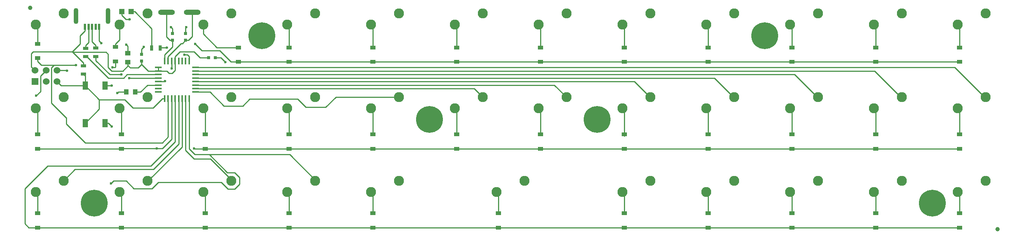
<source format=gbl>
G04 #@! TF.FileFunction,Copper,L2,Bot,Signal*
%FSLAX46Y46*%
G04 Gerber Fmt 4.6, Leading zero omitted, Abs format (unit mm)*
G04 Created by KiCad (PCBNEW 4.0.4-stable) date 11/06/16 20:17:08*
%MOMM*%
%LPD*%
G01*
G04 APERTURE LIST*
%ADD10C,0.100000*%
%ADD11C,6.100000*%
%ADD12C,2.286000*%
%ADD13C,1.000000*%
%ADD14R,1.200000X1.900000*%
%ADD15O,3.800000X1.200000*%
%ADD16C,1.524000*%
%ADD17R,1.524000X1.524000*%
%ADD18R,1.220000X0.910000*%
%ADD19R,0.450000X1.500000*%
%ADD20R,1.500000X0.450000*%
%ADD21R,1.250000X1.000000*%
%ADD22R,0.750000X0.800000*%
%ADD23R,0.800000X0.750000*%
%ADD24R,1.000000X1.250000*%
%ADD25R,1.300000X0.700000*%
%ADD26O,1.100000X3.600000*%
%ADD27R,0.500000X1.400000*%
%ADD28R,0.700000X1.300000*%
%ADD29R,1.198880X1.198880*%
%ADD30C,0.600000*%
%ADD31C,0.250000*%
G04 APERTURE END LIST*
D10*
D11*
X19050000Y0D03*
X-19050000Y0D03*
X95250000Y-19050000D03*
X-95250000Y-19050000D03*
X57150000Y19050000D03*
D12*
X-6985000Y5080000D03*
X-13335000Y2540000D03*
D13*
X110000000Y-25000000D03*
X-109850000Y25400000D03*
D14*
X-97310000Y-860000D03*
X-97310000Y7640000D03*
X-92810000Y-860000D03*
X-92810000Y7640000D03*
D12*
X31115000Y24130000D03*
X24765000Y21590000D03*
X2540000Y-13970000D03*
X-3810000Y-16510000D03*
X-83185000Y24130000D03*
X-89535000Y21590000D03*
D15*
X-78850000Y24350000D03*
X-73050000Y24350000D03*
D16*
X-103750000Y11120000D03*
X-106200000Y8580000D03*
X-106200000Y11120000D03*
D17*
X-108740000Y8580000D03*
D16*
X-108740000Y11120000D03*
X-103750000Y8580000D03*
D18*
X-108125000Y13905000D03*
X-108125000Y17175000D03*
X-90480000Y13205000D03*
X-90480000Y16475000D03*
X-62500000Y13065000D03*
X-62500000Y16335000D03*
X-51010000Y13065000D03*
X-51010000Y16335000D03*
X-31960000Y13065000D03*
X-31960000Y16335000D03*
X-12910000Y13065000D03*
X-12910000Y16335000D03*
X6140000Y13065000D03*
X6140000Y16335000D03*
X25190000Y13065000D03*
X25190000Y16335000D03*
X44240000Y13065000D03*
X44240000Y16335000D03*
X63290000Y13065000D03*
X63290000Y16335000D03*
X82340000Y13065000D03*
X82340000Y16335000D03*
X101390000Y13065000D03*
X101390000Y16335000D03*
X-108160000Y-6705000D03*
X-108160000Y-3435000D03*
X-89110000Y-6705000D03*
X-89110000Y-3435000D03*
X-70060000Y-6705000D03*
X-70060000Y-3435000D03*
X-51010000Y-6705000D03*
X-51010000Y-3435000D03*
X-31960000Y-6705000D03*
X-31960000Y-3435000D03*
X-12910000Y-6705000D03*
X-12910000Y-3435000D03*
X6140000Y-6705000D03*
X6140000Y-3435000D03*
X25190000Y-6705000D03*
X25190000Y-3435000D03*
X44240000Y-6705000D03*
X44240000Y-3435000D03*
X63290000Y-6705000D03*
X63290000Y-3435000D03*
X82340000Y-6705000D03*
X82340000Y-3435000D03*
X101390000Y-6705000D03*
X101390000Y-3435000D03*
X-108160000Y-24635000D03*
X-108160000Y-21365000D03*
X-89110000Y-24635000D03*
X-89110000Y-21365000D03*
X-70060000Y-24635000D03*
X-70060000Y-21365000D03*
X-51010000Y-24635000D03*
X-51010000Y-21365000D03*
X-31960000Y-24635000D03*
X-31960000Y-21365000D03*
X-3400000Y-24635000D03*
X-3400000Y-21365000D03*
X25190000Y-24635000D03*
X25190000Y-21365000D03*
X44240000Y-24635000D03*
X44240000Y-21365000D03*
X63290000Y-24635000D03*
X63290000Y-21365000D03*
X82340000Y-24635000D03*
X82340000Y-21365000D03*
X101390000Y-24635000D03*
X101390000Y-21365000D03*
D12*
X-102235000Y24130000D03*
X-108585000Y21590000D03*
X-64135000Y24130000D03*
X-70485000Y21590000D03*
X-45085000Y24130000D03*
X-51435000Y21590000D03*
X-26035000Y24130000D03*
X-32385000Y21590000D03*
X-6985000Y24130000D03*
X-13335000Y21590000D03*
X12065000Y24130000D03*
X5715000Y21590000D03*
X50165000Y24130000D03*
X43815000Y21590000D03*
X69215000Y24130000D03*
X62865000Y21590000D03*
X88265000Y24130000D03*
X81915000Y21590000D03*
X107315000Y24130000D03*
X100965000Y21590000D03*
X-102235000Y5080000D03*
X-108585000Y2540000D03*
X-83185000Y5080000D03*
X-89535000Y2540000D03*
X-64135000Y5080000D03*
X-70485000Y2540000D03*
X-45085000Y5080000D03*
X-51435000Y2540000D03*
X-26035000Y5080000D03*
X-32385000Y2540000D03*
X12065000Y5080000D03*
X5715000Y2540000D03*
X31115000Y5080000D03*
X24765000Y2540000D03*
X50165000Y5080000D03*
X43815000Y2540000D03*
X69215000Y5080000D03*
X62865000Y2540000D03*
X88265000Y5080000D03*
X81915000Y2540000D03*
X107315000Y5080000D03*
X100965000Y2540000D03*
X-102235000Y-13970000D03*
X-108585000Y-16510000D03*
X-83185000Y-13970000D03*
X-89535000Y-16510000D03*
X-64135000Y-13970000D03*
X-70485000Y-16510000D03*
X-45085000Y-13970000D03*
X-51435000Y-16510000D03*
X-26035000Y-13970000D03*
X-32385000Y-16510000D03*
X31115000Y-13970000D03*
X24765000Y-16510000D03*
X50165000Y-13970000D03*
X43815000Y-16510000D03*
X69215000Y-13970000D03*
X62865000Y-16510000D03*
X88265000Y-13970000D03*
X81915000Y-16510000D03*
X107315000Y-13970000D03*
X100965000Y-16510000D03*
D19*
X-73700000Y13250000D03*
X-74500000Y13250000D03*
X-75300000Y13250000D03*
X-76100000Y13250000D03*
X-76900000Y13250000D03*
X-77700000Y13250000D03*
X-78500000Y13250000D03*
X-79300000Y13250000D03*
X-79300000Y4750000D03*
X-73700000Y4750000D03*
X-74500000Y4750000D03*
X-75300000Y4750000D03*
X-76100000Y4750000D03*
X-76900000Y4750000D03*
X-77700000Y4750000D03*
X-78500000Y4750000D03*
D20*
X-80750000Y11800000D03*
X-80750000Y11000000D03*
X-80750000Y10200000D03*
X-80750000Y9400000D03*
X-80750000Y8600000D03*
X-80750000Y7800000D03*
X-80750000Y7000000D03*
X-80750000Y6200000D03*
X-72250000Y11800000D03*
X-72250000Y11000000D03*
X-72250000Y10200000D03*
X-72250000Y9400000D03*
X-72250000Y8600000D03*
X-72250000Y7800000D03*
X-72250000Y7000000D03*
X-72250000Y6200000D03*
D21*
X-87627111Y13028819D03*
X-87627111Y15028819D03*
D22*
X-84517111Y13278819D03*
X-84517111Y14778819D03*
D23*
X-69250000Y14000000D03*
X-67750000Y14000000D03*
D24*
X-86000000Y6250000D03*
X-88000000Y6250000D03*
D22*
X-77500000Y18000000D03*
X-77500000Y19500000D03*
X-74500000Y18000000D03*
X-74500000Y19500000D03*
D25*
X-97240000Y14280000D03*
X-97240000Y16180000D03*
X-94930000Y14300000D03*
X-94930000Y16200000D03*
X-97720600Y10302040D03*
X-97720600Y12202040D03*
D26*
X-92110000Y23490000D03*
D27*
X-97360000Y21090000D03*
X-96560000Y21090000D03*
X-95760000Y21090000D03*
X-94960000Y21090000D03*
X-94160000Y21090000D03*
D26*
X-99410000Y23490000D03*
D11*
X-57150000Y19050000D03*
D28*
X-82200000Y16250000D03*
X-80300000Y16250000D03*
D29*
X-86900000Y24500000D03*
X-88998040Y24500000D03*
D30*
X-87250000Y22750000D03*
X-93690000Y17350000D03*
X-101450000Y11100000D03*
X-74350000Y20950000D03*
X-77800000Y20950000D03*
X-88000000Y17000000D03*
X-84000000Y16500000D03*
X-90000000Y6000000D03*
X-65500000Y13000000D03*
X-77630000Y11570000D03*
X-79160000Y8660000D03*
X-91260000Y-1640000D03*
X-91340000Y7640000D03*
X-108450000Y5350000D03*
X-91495558Y-14629442D03*
X-91150000Y11840000D03*
X-72300000Y17150000D03*
X-99450000Y12345000D03*
X-81050000Y-6650000D03*
X-72600000Y-6650000D03*
X-87330000Y9400000D03*
X-89130000Y10200000D03*
X-78750000Y16350000D03*
X-74750000Y14700000D03*
D31*
X-88998040Y24500000D02*
X-88998040Y23650560D01*
X-88998040Y23650560D02*
X-88097480Y22750000D01*
X-88097480Y22750000D02*
X-87250000Y22750000D01*
X-94160000Y21090000D02*
X-94160000Y17820000D01*
X-94160000Y17820000D02*
X-93690000Y17350000D01*
X-103750000Y11120000D02*
X-101470000Y11120000D01*
X-101470000Y11120000D02*
X-101450000Y11100000D01*
X-74500000Y19500000D02*
X-74500000Y20800000D01*
X-74500000Y20800000D02*
X-74350000Y20950000D01*
X-77500000Y19500000D02*
X-77500000Y20650000D01*
X-77500000Y20650000D02*
X-77800000Y20950000D01*
X-87627111Y15028819D02*
X-87627111Y16627111D01*
X-87627111Y16627111D02*
X-88000000Y17000000D01*
X-87627111Y15028819D02*
X-87627111Y15527111D01*
X-84517111Y14778819D02*
X-84517111Y15982889D01*
X-84517111Y15982889D02*
X-84000000Y16500000D01*
X-88000000Y6250000D02*
X-89750000Y6250000D01*
X-89750000Y6250000D02*
X-90000000Y6000000D01*
X-67750000Y14000000D02*
X-66500000Y14000000D01*
X-66500000Y14000000D02*
X-65500000Y13000000D01*
X-77700000Y13250000D02*
X-77700000Y11640000D01*
X-77700000Y11640000D02*
X-77630000Y11570000D01*
X-80750000Y8600000D02*
X-79220000Y8600000D01*
X-79220000Y8600000D02*
X-79160000Y8660000D01*
X-92810000Y-860000D02*
X-92040000Y-860000D01*
X-92040000Y-860000D02*
X-91260000Y-1640000D01*
X-92810000Y7640000D02*
X-91340000Y7640000D01*
X-82960000Y-13920000D02*
X-75300000Y-6260000D01*
X-75300000Y-6260000D02*
X-75300000Y4750000D01*
X-108450000Y5350000D02*
X-107450000Y6350000D01*
X-107450000Y6350000D02*
X-107450000Y9870000D01*
X-107450000Y9870000D02*
X-106200000Y11120000D01*
X-72560000Y-9020000D02*
X-74500000Y-7080000D01*
X-74500000Y-7080000D02*
X-74500000Y4750000D01*
X-68860000Y-9020000D02*
X-72560000Y-9020000D01*
X-63960000Y-13920000D02*
X-68860000Y-9020000D01*
X-90708884Y-14025000D02*
X-90891116Y-14025000D01*
X-90891116Y-14025000D02*
X-91495558Y-14629442D01*
X-88000000Y-14025000D02*
X-90708884Y-14025000D01*
X-86275000Y-15750000D02*
X-88000000Y-14025000D01*
X-86175000Y-15750000D02*
X-86275000Y-15750000D01*
X-63969080Y-8020000D02*
X-69175000Y-8020000D01*
X-69175000Y-8020000D02*
X-72420000Y-8020000D01*
X-65025000Y-12150000D02*
X-69155000Y-8020000D01*
X-69155000Y-8020000D02*
X-69175000Y-8020000D01*
X-62275000Y-13275000D02*
X-63400000Y-12150000D01*
X-63400000Y-12150000D02*
X-65025000Y-12150000D01*
X-62275000Y-14773720D02*
X-62275000Y-13275000D01*
X-63325640Y-15824360D02*
X-62275000Y-14773720D01*
X-64898720Y-15824360D02*
X-63325640Y-15824360D01*
X-86175000Y-15750000D02*
X-82187800Y-15750000D01*
X-66422720Y-14300360D02*
X-64898720Y-15824360D01*
X-82187800Y-15750000D02*
X-80738160Y-14300360D01*
X-80738160Y-14300360D02*
X-66422720Y-14300360D01*
X-63868960Y-8020000D02*
X-63969080Y-8020000D01*
X-61475000Y-8020000D02*
X-63969080Y-8020000D01*
X-60250000Y-8020000D02*
X-61475000Y-8020000D01*
X-50860000Y-8020000D02*
X-60250000Y-8020000D01*
X-72420000Y-8020000D02*
X-73700000Y-6740000D01*
X-73700000Y-6740000D02*
X-73700000Y4750000D01*
X-44960000Y-13920000D02*
X-50860000Y-8020000D01*
X-97310000Y7640000D02*
X-97310000Y9891440D01*
X-97310000Y9891440D02*
X-97720600Y10302040D01*
X-94145000Y4475000D02*
X-97310000Y7640000D01*
X-97310000Y7640000D02*
X-102810000Y7640000D01*
X-102810000Y7640000D02*
X-103750000Y8580000D01*
X-94145000Y4475000D02*
X-94145000Y2305000D01*
X-94145000Y2305000D02*
X-97310000Y-860000D01*
X-79300000Y4750000D02*
X-79775000Y4750000D01*
X-79775000Y4750000D02*
X-80913001Y3611999D01*
X-80913001Y3611999D02*
X-80913001Y3586999D01*
X-80913001Y3586999D02*
X-81900000Y2600000D01*
X-81900000Y2600000D02*
X-86475000Y2600000D01*
X-86475000Y2600000D02*
X-88350000Y4475000D01*
X-88350000Y4475000D02*
X-94145000Y4475000D01*
X-90480000Y11900000D02*
X-90480000Y13205000D01*
X-90540000Y11840000D02*
X-90480000Y11900000D01*
X-91150000Y11840000D02*
X-90540000Y11840000D01*
X-103100000Y12345000D02*
X-104400000Y12345000D01*
X-104400000Y12345000D02*
X-107270000Y12345000D01*
X-105000000Y3656974D02*
X-105000000Y11745000D01*
X-105000000Y11745000D02*
X-104400000Y12345000D01*
X-101650000Y400000D02*
X-101743026Y400000D01*
X-101743026Y400000D02*
X-105000000Y3656974D01*
X-62500000Y13065000D02*
X-64165000Y13065000D01*
X-64165000Y13065000D02*
X-66725000Y15625000D01*
X-70775000Y15625000D02*
X-72300000Y17150000D01*
X-66725000Y15625000D02*
X-70775000Y15625000D01*
X-107270000Y12345000D02*
X-108125000Y13200000D01*
X-108125000Y13200000D02*
X-108125000Y13905000D01*
X-103100000Y12345000D02*
X-99450000Y12345000D01*
X-95650000Y-5350000D02*
X-97325000Y-5350000D01*
X-97325000Y-5350000D02*
X-101650000Y-1025000D01*
X-101650000Y-1025000D02*
X-101650000Y400000D01*
X-95810334Y-5350000D02*
X-95650000Y-5350000D01*
X-95650000Y-5350000D02*
X-79800000Y-5350000D01*
X-79800000Y-5350000D02*
X-78500000Y-4050000D01*
X-78500000Y-4050000D02*
X-78500000Y4750000D01*
X-61500000Y13065000D02*
X-62500000Y13065000D01*
X-51010000Y13065000D02*
X-61500000Y13065000D01*
X-90900000Y12875000D02*
X-90875000Y12850000D01*
X82340000Y13065000D02*
X101390000Y13065000D01*
X63290000Y13065000D02*
X82340000Y13065000D01*
X44240000Y13065000D02*
X63290000Y13065000D01*
X25190000Y13065000D02*
X44240000Y13065000D01*
X6140000Y13065000D02*
X25190000Y13065000D01*
X-12910000Y13065000D02*
X6140000Y13065000D01*
X-31960000Y13065000D02*
X-12910000Y13065000D01*
X-51010000Y13065000D02*
X-31960000Y13065000D01*
X-108125000Y17175000D02*
X-108125000Y21130000D01*
X-108125000Y21130000D02*
X-108585000Y21590000D01*
X-108160000Y21165000D02*
X-108585000Y21590000D01*
X-108160000Y21390000D02*
X-108310000Y21540000D01*
X-108160000Y21310000D02*
X-108310000Y21460000D01*
X-79790000Y-6650000D02*
X-77700000Y-4560000D01*
X-77700000Y-4560000D02*
X-77700000Y4750000D01*
X-81050000Y-6650000D02*
X-79790000Y-6650000D01*
X-81050000Y-6650000D02*
X-89055000Y-6650000D01*
X-89055000Y-6650000D02*
X-89110000Y-6705000D01*
X-70060000Y-6705000D02*
X-72545000Y-6705000D01*
X-72545000Y-6705000D02*
X-72600000Y-6650000D01*
X82340000Y-6705000D02*
X101390000Y-6705000D01*
X63290000Y-6705000D02*
X82340000Y-6705000D01*
X44240000Y-6705000D02*
X63290000Y-6705000D01*
X25190000Y-6705000D02*
X44240000Y-6705000D01*
X6140000Y-6705000D02*
X25190000Y-6705000D01*
X-12910000Y-6705000D02*
X6140000Y-6705000D01*
X-31960000Y-6705000D02*
X-12910000Y-6705000D01*
X-51010000Y-6705000D02*
X-31960000Y-6705000D01*
X-70060000Y-6705000D02*
X-51010000Y-6705000D01*
X-108160000Y-6705000D02*
X-89110000Y-6705000D01*
X-90480000Y16475000D02*
X-90480000Y17180000D01*
X-90480000Y17180000D02*
X-89535000Y18125000D01*
X-89535000Y18125000D02*
X-89535000Y19973554D01*
X-89535000Y19973554D02*
X-89535000Y21590000D01*
X-31960000Y-24635000D02*
X-3400000Y-24635000D01*
X-3400000Y-24635000D02*
X-2540000Y-24635000D01*
X-2540000Y-24635000D02*
X25190000Y-24635000D01*
X82340000Y-24635000D02*
X101390000Y-24635000D01*
X63290000Y-24635000D02*
X82340000Y-24635000D01*
X44240000Y-24635000D02*
X63290000Y-24635000D01*
X25190000Y-24635000D02*
X44240000Y-24635000D01*
X-51010000Y-24635000D02*
X-31960000Y-24635000D01*
X-70060000Y-24635000D02*
X-51010000Y-24635000D01*
X-89110000Y-24635000D02*
X-70060000Y-24635000D01*
X-108160000Y-24635000D02*
X-89110000Y-24635000D01*
X-111030901Y-23744099D02*
X-110140000Y-24635000D01*
X-110140000Y-24635000D02*
X-108160000Y-24635000D01*
X-105890000Y-10610000D02*
X-82400000Y-10610000D01*
X-76900000Y-5110000D02*
X-76900000Y4750000D01*
X-82400000Y-10610000D02*
X-76900000Y-5110000D01*
X-111030901Y-15750901D02*
X-105890000Y-10610000D01*
X-111030901Y-23744099D02*
X-111030901Y-15750901D01*
X-62500000Y16335000D02*
X-67391974Y16335000D01*
X-70485000Y19973554D02*
X-70485000Y21590000D01*
X-67391974Y16335000D02*
X-70485000Y19428026D01*
X-70485000Y19428026D02*
X-70485000Y19973554D01*
X-51010000Y16335000D02*
X-51010000Y21165000D01*
X-51010000Y21165000D02*
X-51435000Y21590000D01*
X-51010000Y21240000D02*
X-51310000Y21540000D01*
X-31960000Y16335000D02*
X-31960000Y21165000D01*
X-31960000Y21165000D02*
X-32385000Y21590000D01*
X-31960000Y21190000D02*
X-32310000Y21540000D01*
X-12910000Y16335000D02*
X-12910000Y21165000D01*
X-12910000Y21165000D02*
X-13335000Y21590000D01*
X-12910000Y21140000D02*
X-13310000Y21540000D01*
X6140000Y16335000D02*
X6140000Y21165000D01*
X6140000Y21165000D02*
X5715000Y21590000D01*
X6140000Y21090000D02*
X5690000Y21540000D01*
X25190000Y16335000D02*
X25190000Y21165000D01*
X25190000Y21165000D02*
X24765000Y21590000D01*
X25190000Y21040000D02*
X24690000Y21540000D01*
X44240000Y16335000D02*
X44240000Y21165000D01*
X44240000Y21165000D02*
X43815000Y21590000D01*
X44240000Y20990000D02*
X43690000Y21540000D01*
X63290000Y16335000D02*
X63290000Y21165000D01*
X63290000Y21165000D02*
X62865000Y21590000D01*
X63290000Y20940000D02*
X62690000Y21540000D01*
X82340000Y16335000D02*
X82340000Y21165000D01*
X82340000Y21165000D02*
X81915000Y21590000D01*
X82340000Y20890000D02*
X81690000Y21540000D01*
X101390000Y16335000D02*
X101390000Y21165000D01*
X101390000Y21165000D02*
X100965000Y21590000D01*
X101390000Y20840000D02*
X100690000Y21540000D01*
X-108160000Y-3435000D02*
X-108160000Y2115000D01*
X-108160000Y2115000D02*
X-108585000Y2540000D01*
X-89110000Y-3435000D02*
X-89110000Y2115000D01*
X-89110000Y2115000D02*
X-89535000Y2540000D01*
X-89110000Y2340000D02*
X-89310000Y2540000D01*
X-70060000Y-3435000D02*
X-70060000Y2115000D01*
X-70060000Y2115000D02*
X-70485000Y2540000D01*
X-70060000Y2290000D02*
X-70310000Y2540000D01*
X-51010000Y-3435000D02*
X-51010000Y2115000D01*
X-51010000Y2115000D02*
X-51435000Y2540000D01*
X-51010000Y2240000D02*
X-51310000Y2540000D01*
X-31960000Y-3435000D02*
X-31960000Y2115000D01*
X-31960000Y2115000D02*
X-32385000Y2540000D01*
X-31960000Y2190000D02*
X-32310000Y2540000D01*
X-12910000Y-3435000D02*
X-12910000Y2115000D01*
X-12910000Y2115000D02*
X-13335000Y2540000D01*
X-12910000Y2140000D02*
X-13310000Y2540000D01*
X6140000Y-3435000D02*
X6140000Y2115000D01*
X6140000Y2115000D02*
X5715000Y2540000D01*
X6140000Y2090000D02*
X5690000Y2540000D01*
X25190000Y-3435000D02*
X25190000Y2115000D01*
X25190000Y2115000D02*
X24765000Y2540000D01*
X25190000Y2040000D02*
X24690000Y2540000D01*
X25190000Y-3435000D02*
X25190000Y-3800000D01*
X44240000Y-3435000D02*
X44240000Y2115000D01*
X44240000Y2115000D02*
X43815000Y2540000D01*
X44240000Y1990000D02*
X43690000Y2540000D01*
X63290000Y-3435000D02*
X63290000Y2115000D01*
X63290000Y2115000D02*
X62865000Y2540000D01*
X63290000Y1940000D02*
X62690000Y2540000D01*
X82340000Y-3435000D02*
X82340000Y2115000D01*
X82340000Y2115000D02*
X81915000Y2540000D01*
X82340000Y1890000D02*
X81690000Y2540000D01*
X101390000Y-3435000D02*
X101390000Y2115000D01*
X101390000Y2115000D02*
X100965000Y2540000D01*
X101390000Y1840000D02*
X100690000Y2540000D01*
X-108160000Y-21365000D02*
X-108160000Y-16935000D01*
X-108160000Y-16935000D02*
X-108585000Y-16510000D01*
X-108160000Y-16610000D02*
X-108310000Y-16460000D01*
X-89110000Y-21365000D02*
X-89110000Y-16935000D01*
X-89110000Y-16935000D02*
X-89535000Y-16510000D01*
X-89110000Y-16660000D02*
X-89310000Y-16460000D01*
X-70060000Y-21365000D02*
X-70060000Y-16935000D01*
X-70060000Y-16935000D02*
X-70485000Y-16510000D01*
X-70060000Y-16710000D02*
X-70310000Y-16460000D01*
X-51010000Y-21365000D02*
X-51010000Y-16935000D01*
X-51010000Y-16935000D02*
X-51435000Y-16510000D01*
X-51010000Y-16760000D02*
X-51310000Y-16460000D01*
X-31960000Y-21365000D02*
X-31960000Y-16935000D01*
X-31960000Y-16935000D02*
X-32385000Y-16510000D01*
X-31960000Y-16810000D02*
X-32310000Y-16460000D01*
X-3400000Y-21365000D02*
X-3400000Y-16920000D01*
X-3400000Y-16920000D02*
X-3810000Y-16510000D01*
X25190000Y-21365000D02*
X25190000Y-16935000D01*
X25190000Y-16935000D02*
X24765000Y-16510000D01*
X25190000Y-16960000D02*
X24690000Y-16460000D01*
X44240000Y-21365000D02*
X44240000Y-16935000D01*
X44240000Y-16935000D02*
X43815000Y-16510000D01*
X44240000Y-17010000D02*
X43690000Y-16460000D01*
X63290000Y-21365000D02*
X63290000Y-16935000D01*
X63290000Y-16935000D02*
X62865000Y-16510000D01*
X63290000Y-17060000D02*
X62690000Y-16460000D01*
X82340000Y-21365000D02*
X82340000Y-16935000D01*
X82340000Y-16935000D02*
X81915000Y-16510000D01*
X82340000Y-17110000D02*
X81690000Y-16460000D01*
X101390000Y-21365000D02*
X101390000Y-16935000D01*
X101390000Y-16935000D02*
X100965000Y-16510000D01*
X101390000Y-17160000D02*
X100690000Y-16460000D01*
X50040000Y5080000D02*
X45720000Y9400000D01*
X45720000Y9400000D02*
X-72250000Y9400000D01*
X63920000Y10200000D02*
X-72250000Y10200000D01*
X69040000Y5080000D02*
X63920000Y10200000D01*
X88040000Y5080000D02*
X82120000Y11000000D01*
X82120000Y11000000D02*
X-72250000Y11000000D01*
X107040000Y5080000D02*
X100320000Y11800000D01*
X100320000Y11800000D02*
X-72250000Y11800000D01*
X-76100000Y4750000D02*
X-76100000Y-5660000D01*
X-76100000Y-5660000D02*
X-81840000Y-11400000D01*
X-81840000Y-11400000D02*
X-99665000Y-11400000D01*
X-99665000Y-11400000D02*
X-102235000Y-13970000D01*
X-65800000Y3040000D02*
X-68960000Y6200000D01*
X-68960000Y6200000D02*
X-72250000Y6200000D01*
X-61520000Y3040000D02*
X-65800000Y3040000D01*
X-59940000Y4620000D02*
X-61520000Y3040000D01*
X-49060000Y4620000D02*
X-59940000Y4620000D01*
X-47170000Y2730000D02*
X-49060000Y4620000D01*
X-42720000Y2730000D02*
X-47170000Y2730000D01*
X-40370000Y5080000D02*
X-42720000Y2730000D01*
X-25960000Y5080000D02*
X-40370000Y5080000D01*
X-6960000Y5080000D02*
X-8880000Y7000000D01*
X-8880000Y7000000D02*
X-72250000Y7000000D01*
X12040000Y5080000D02*
X9320000Y7800000D01*
X-72250000Y7800000D02*
X9320000Y7800000D01*
X31040000Y5080000D02*
X27520000Y8600000D01*
X27520000Y8600000D02*
X-72250000Y8600000D01*
X-77500000Y18000000D02*
X-78125000Y18000000D01*
X-78125000Y18000000D02*
X-78850000Y18725000D01*
X-78850000Y18725000D02*
X-78850000Y23500000D01*
X-78850000Y23500000D02*
X-78850000Y24350000D01*
X-79300000Y13250000D02*
X-79300000Y14700000D01*
X-79300000Y14700000D02*
X-77500000Y16500000D01*
X-77500000Y16500000D02*
X-77500000Y18000000D01*
X-94930000Y16200000D02*
X-94930000Y16800000D01*
X-94930000Y16800000D02*
X-95760000Y17630000D01*
X-95760000Y17630000D02*
X-95760000Y20140000D01*
X-95760000Y20140000D02*
X-95760000Y21090000D01*
X-97240000Y16180000D02*
X-97240000Y16780000D01*
X-97240000Y16780000D02*
X-96560000Y17460000D01*
X-96560000Y17460000D02*
X-96560000Y20140000D01*
X-96560000Y20140000D02*
X-96560000Y21090000D01*
X-98460000Y19040000D02*
X-98460000Y19000000D01*
X-98460000Y19000000D02*
X-98519099Y18940901D01*
X-98519099Y18940901D02*
X-98519099Y17149461D01*
X-98519099Y17149461D02*
X-100293560Y15375000D01*
X-87627111Y12500000D02*
X-87627111Y12122889D01*
X-92125000Y11825000D02*
X-92125000Y14825000D01*
X-87627111Y12122889D02*
X-88750000Y11000000D01*
X-88750000Y11000000D02*
X-91300000Y11000000D01*
X-91300000Y11000000D02*
X-92125000Y11825000D01*
X-92125000Y14825000D02*
X-92560000Y15260000D01*
X-92560000Y15260000D02*
X-100178560Y15260000D01*
X-100178560Y15260000D02*
X-100293560Y15375000D01*
X-100350000Y15375000D02*
X-109125000Y15375000D01*
X-97720600Y12202040D02*
X-97720600Y12802040D01*
X-100293560Y15375000D02*
X-100350000Y15375000D01*
X-97720600Y12802040D02*
X-100293560Y15375000D01*
X-97360000Y21090000D02*
X-97360000Y20140000D01*
X-97360000Y20140000D02*
X-98460000Y19040000D01*
X-109550000Y14950000D02*
X-109550000Y11930000D01*
X-109550000Y11930000D02*
X-108740000Y11120000D01*
X-109125000Y15375000D02*
X-109550000Y14950000D01*
X-87627111Y12500000D02*
X-87627111Y13028819D01*
X-87627111Y12278819D02*
X-87627111Y12500000D01*
X-84517111Y12528819D02*
X-84517111Y12482889D01*
X-84517111Y12482889D02*
X-85250000Y11750000D01*
X-85250000Y11750000D02*
X-87098292Y11750000D01*
X-87098292Y11750000D02*
X-87627111Y12278819D01*
X-82988292Y11000000D02*
X-84517111Y12528819D01*
X-84517111Y12528819D02*
X-84517111Y13278819D01*
X-76900000Y13250000D02*
X-76900000Y14250000D01*
X-76900000Y14250000D02*
X-75800000Y15350000D01*
X-72600000Y15350000D02*
X-71250000Y14000000D01*
X-75800000Y15350000D02*
X-72600000Y15350000D01*
X-71250000Y14000000D02*
X-69250000Y14000000D01*
X-77560000Y10480000D02*
X-76900000Y11140000D01*
X-76900000Y11140000D02*
X-76900000Y13250000D01*
X-78280000Y10480000D02*
X-77560000Y10480000D01*
X-78800000Y11000000D02*
X-78280000Y10480000D01*
X-80750000Y11000000D02*
X-78800000Y11000000D01*
X-80750000Y11000000D02*
X-82988292Y11000000D01*
X-80750000Y11800000D02*
X-80750000Y11000000D01*
X-81750000Y11000000D02*
X-80750000Y11000000D01*
X-83200000Y7800000D02*
X-84750000Y6250000D01*
X-84750000Y6250000D02*
X-86000000Y6250000D01*
X-80750000Y7800000D02*
X-83200000Y7800000D01*
X-74500000Y18000000D02*
X-73875000Y18000000D01*
X-73875000Y18000000D02*
X-73050000Y18825000D01*
X-73050000Y18825000D02*
X-73050000Y23500000D01*
X-73050000Y23500000D02*
X-73050000Y24350000D01*
X-78500000Y13250000D02*
X-78500000Y14300000D01*
X-78500000Y14300000D02*
X-75550000Y17250000D01*
X-75550000Y17250000D02*
X-75225000Y17250000D01*
X-75225000Y17250000D02*
X-74500000Y17975000D01*
X-74500000Y17975000D02*
X-74500000Y18000000D01*
X-80750000Y10200000D02*
X-87830000Y10200000D01*
X-87830000Y10200000D02*
X-88630000Y9400000D01*
X-92060000Y9400000D02*
X-96940000Y14280000D01*
X-88630000Y9400000D02*
X-92060000Y9400000D01*
X-96940000Y14280000D02*
X-97240000Y14280000D01*
X-89130000Y10200000D02*
X-91745990Y10200000D01*
X-91745990Y10200000D02*
X-94930000Y13384010D01*
X-94930000Y13384010D02*
X-94930000Y14300000D01*
X-87330000Y9400000D02*
X-80750000Y9400000D01*
X-78750000Y16350000D02*
X-80200000Y16350000D01*
X-80200000Y16350000D02*
X-80300000Y16250000D01*
X-73700000Y13250000D02*
X-73700000Y14250000D01*
X-73700000Y14250000D02*
X-74150000Y14700000D01*
X-74150000Y14700000D02*
X-74750000Y14700000D01*
X-82200000Y16250000D02*
X-82200000Y20649440D01*
X-82200000Y20649440D02*
X-86050560Y24500000D01*
X-86050560Y24500000D02*
X-86900000Y24500000D01*
M02*

</source>
